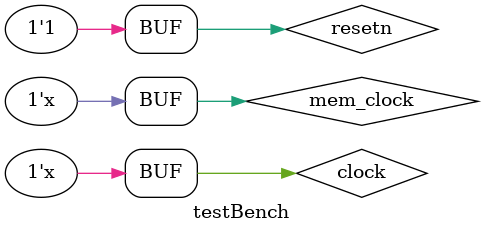
<source format=v>
`timescale 1 ps / 1 ps
module testBench;
	reg				resetn, clock;
	wire				mem_clock;
	wire	 [31:0]	pc, inst, ealu, malu, walu;
	
	pipelined_computer testBench (resetn, clock, mem_clock, pc, inst, ealu, malu, walu);
	
	assign mem_clock = ~clock;
	
	initial
		begin
		resetn = 0;
		clock = 0;
		#11 resetn = 1;
		end
	
	always
		#10 clock = ~clock;

endmodule

</source>
